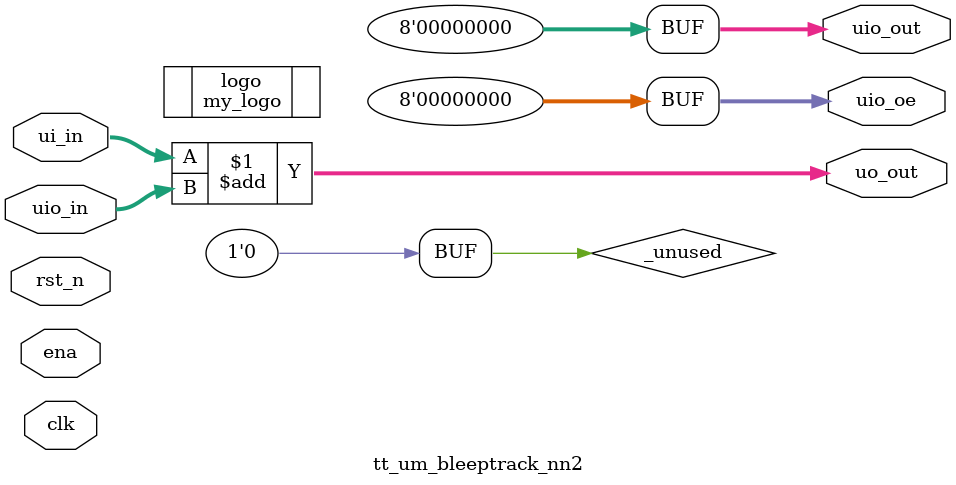
<source format=v>
/*
 * Copyright (c) 2024 Your Name
 * SPDX-License-Identifier: Apache-2.0
 */

`default_nettype none

// Blackbox module for my_logo - this will be replaced by the actual macro during synthesis
(* blackbox *) (* keep *)
module my_logo ();
endmodule

module tt_um_bleeptrack_nn2 (
    input  wire [7:0] ui_in,    // Dedicated inputs
    output wire [7:0] uo_out,   // Dedicated outputs
    input  wire [7:0] uio_in,   // IOs: Input path
    output wire [7:0] uio_out,  // IOs: Output path
    output wire [7:0] uio_oe,   // IOs: Enable path (active high: 0=input, 1=output)
    input  wire       ena,      // always 1 when the design is powered, so you can ignore it
    input  wire       clk,      // clock
    input  wire       rst_n     // reset_n - low to reset
);

`ifndef GL_TEST
  (* keep *)
  my_logo logo();
`endif

  // All output pins must be assigned. If not used, assign to 0.
  assign uo_out  = ui_in + uio_in;  // Example: ou_out is the sum of ui_in and uio_in
  assign uio_out = 0;
  assign uio_oe  = 0;

  // List all unused inputs to prevent warnings
  wire _unused = &{ena, clk, rst_n, 1'b0};

endmodule

</source>
